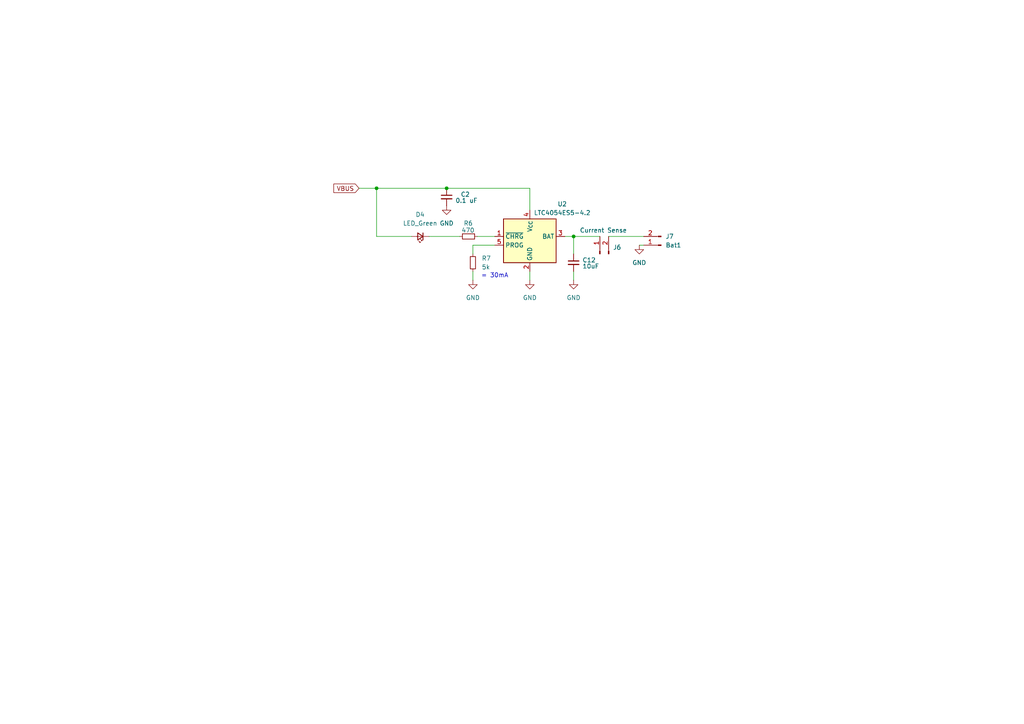
<source format=kicad_sch>
(kicad_sch (version 20231120) (generator "eeschema") (generator_version "8.0")
  (paper "A4")
  (lib_symbols
    (symbol "Battery_Management:LTC4054ES5-4.2"
      (property "Reference" "U" (at -5.842 6.604 0))
      (property "Value" "LTC4054ES5-4.2" (at 1.524 6.604 0))
      (symbol "LTC4054ES5-4.2_0_1"
        (rectangle (start -7.62 5.08) (end 7.62 -7.62) (stroke (width 0.254)) (fill (type background)))
      )
      (symbol "LTC4054ES5-4.2_1_1"
        (pin open_collector line (at -10.16 0 0) (length 2.54) (name "~{CHRG}") (number "1"))
        (pin power_in line (at 0 -10.16 90) (length 2.54) (name "GND") (number "2"))
        (pin power_out line (at 10.16 0 180) (length 2.54) (name "BAT") (number "3"))
        (pin power_in line (at 0 7.62 270) (length 2.54) (name "V_{CC}") (number "4"))
        (pin bidirectional line (at -10.16 -2.54 0) (length 2.54) (name "PROG") (number "5"))
      )
    )
    (symbol "Connector:Conn_01x02_Pin" (pin_names (offset 1.016) hide)
      (property "Reference" "J" (at 0 2.54 0))
      (property "Value" "Conn_01x02_Pin" (at 0 -5.08 0))
      (symbol "Conn_01x02_Pin_1_1"
        (polyline (pts (xy 1.27 -2.54) (xy 0.8636 -2.54)) (stroke (width 0.1524)))
        (polyline (pts (xy 1.27 0) (xy 0.8636 0)) (stroke (width 0.1524)))
        (rectangle (start 0.8636 -2.413) (end 0 -2.667) (stroke (width 0.1524)) (fill (type outline)))
        (rectangle (start 0.8636 0.127) (end 0 -0.127) (stroke (width 0.1524)) (fill (type outline)))
        (pin passive line (at 5.08 0 180) (length 3.81) (name "Pin_1") (number "1"))
        (pin passive line (at 5.08 -2.54 180) (length 3.81) (name "Pin_2") (number "2"))
      )
    )
    (symbol "Device:C_Small" (pin_numbers hide) (pin_names (offset 0.254) hide)
      (property "Reference" "C" (at 0.254 1.778 0))
      (property "Value" "C_Small" (at 0.254 -2.032 0))
      (symbol "C_Small_0_1"
        (polyline (pts (xy -1.524 -0.508) (xy 1.524 -0.508)) (stroke (width 0.3302)))
        (polyline (pts (xy -1.524 0.508) (xy 1.524 0.508)) (stroke (width 0.3048)))
      )
      (symbol "C_Small_1_1"
        (pin passive line (at 0 2.54 270) (length 2.032) (name "~") (number "1"))
        (pin passive line (at 0 -2.54 90) (length 2.032) (name "~") (number "2"))
      )
    )
    (symbol "Device:LED_Small" (pin_numbers hide) (pin_names (offset 0.254) hide)
      (property "Reference" "D" (at -1.27 3.175 0))
      (property "Value" "LED_Small" (at -4.445 -2.54 0))
      (symbol "LED_Small_0_1"
        (polyline (pts (xy -0.762 -1.016) (xy -0.762 1.016)) (stroke (width 0.254)))
        (polyline (pts (xy 1.016 0) (xy -0.762 0)))
        (polyline (pts (xy 0.762 -1.016) (xy -0.762 0) (xy 0.762 1.016) (xy 0.762 -1.016)) (stroke (width 0.254)))
        (polyline (pts (xy 0 0.762) (xy -0.508 1.27) (xy -0.254 1.27) (xy -0.508 1.27) (xy -0.508 1.016)))
        (polyline (pts (xy 0.508 1.27) (xy 0 1.778) (xy 0.254 1.778) (xy 0 1.778) (xy 0 1.524)))
      )
      (symbol "LED_Small_1_1"
        (pin passive line (at -2.54 0 0) (length 1.778) (name "K") (number "1"))
        (pin passive line (at 2.54 0 180) (length 1.778) (name "A") (number "2"))
      )
    )
    (symbol "Device:R_Small" (pin_numbers hide) (pin_names (offset 0.254) hide)
      (property "Reference" "R" (at 0.762 0.508 0))
      (property "Value" "R_Small" (at 0.762 -1.016 0))
      (symbol "R_Small_0_1"
        (rectangle (start -0.762 1.778) (end 0.762 -1.778) (stroke (width 0.2032)))
      )
      (symbol "R_Small_1_1"
        (pin passive line (at 0 2.54 270) (length 0.762) (name "~") (number "1"))
        (pin passive line (at 0 -2.54 90) (length 0.762) (name "~") (number "2"))
      )
    )
    (symbol "power:GND" (power) (pin_numbers hide) (pin_names (offset 0) hide)
      (property "Value" "GND" (at 0 -3.81 0))
      (symbol "GND_0_1"
        (polyline (pts (xy 0 0) (xy 0 -1.27) (xy 1.27 -1.27) (xy 0 -2.54) (xy -1.27 -1.27) (xy 0 -1.27)))
      )
      (symbol "GND_1_1"
        (pin power_in line (at 0 0 270) (length 0) (name "~") (number "1"))
      )
    )
  )
  (junction (at 109.22 54.61))
  (junction (at 166.37 68.58))
  (junction (at 129.54 54.61))
  (wire (pts (xy 138.43 68.58) (xy 143.51 68.58)))
  (wire (pts (xy 104.14 54.61) (xy 109.22 54.61)))
  (wire (pts (xy 137.16 81.28) (xy 137.16 78.74)))
  (wire (pts (xy 163.83 68.58) (xy 166.37 68.58)))
  (wire (pts (xy 129.54 54.61) (xy 153.67 54.61)))
  (wire (pts (xy 153.67 54.61) (xy 153.67 60.96)))
  (wire (pts (xy 124.46 68.58) (xy 133.35 68.58)))
  (wire (pts (xy 109.22 68.58) (xy 119.38 68.58)))
  (wire (pts (xy 166.37 68.58) (xy 173.99 68.58)))
  (wire (pts (xy 186.69 71.12) (xy 185.42 71.12)))
  (wire (pts (xy 109.22 68.58) (xy 109.22 54.61)))
  (wire (pts (xy 143.51 71.12) (xy 137.16 71.12)))
  (wire (pts (xy 153.67 81.28) (xy 153.67 78.74)))
  (wire (pts (xy 166.37 78.74) (xy 166.37 81.28)))
  (wire (pts (xy 166.37 68.58) (xy 166.37 73.66)))
  (wire (pts (xy 137.16 71.12) (xy 137.16 73.66)))
  (wire (pts (xy 176.53 68.58) (xy 186.69 68.58)))
  (wire (pts (xy 109.22 54.61) (xy 129.54 54.61)))
  (text "= 30mA\n" (at 143.51 80.01 0) (effects (font (size 1.27 1.27))))
  (global_label "VBUS" (shape input) (at 104.14 54.61 180) (property "Intersheetrefs" "${INTERSHEET_REFS}" (effects (hide yes))))
  (symbol (lib_id "Device:C_Small") (at 166.37 76.2 0) (unit 1)
    (property "Reference" "C12" (at 168.91 75.438 0) (effects (justify left)))
    (property "Value" "10uF" (at 168.91 77.216 0) (effects (justify left)))
    (property "Footprint" "Capacitor_SMD:C_0603_1608Metric" (effects (hide yes)))
    (property "Description" "Unpolarized capacitor, small symbol" (effects (hide yes)))
    (instances (project "MMBCloneProMax" (path "" (reference "C12") (unit 1)) (path "" (reference "C20") (unit 1)) (path "" (reference "C15") (unit 1)) (path "" (reference "C17") (unit 1)) (path "" (reference "C18") (unit 1)) (path "" (reference "C19") (unit 1)) (path "" (reference "C11") (unit 1)) (path "" (reference "C13") (unit 1)) (path "" (reference "C14") (unit 1)) (path "" (reference "C16") (unit 1))))
  )
  (symbol (lib_id "power:GND") (at 153.67 81.28 0) (unit 1)
    (property "Reference" "#PWR012" (effects (hide yes)))
    (property "Value" "GND" (at 153.67 86.36 0))
    (property "Description" "Power symbol creates a global label with name \"GND\" , ground" (effects (hide yes)))
    (instances (project "MMBCloneProMax" (path "" (reference "#PWR012") (unit 1)) (path "" (reference "#PWR044") (unit 1)) (path "" (reference "#PWR024") (unit 1)) (path "" (reference "#PWR032") (unit 1)) (path "" (reference "#PWR036") (unit 1)) (path "" (reference "#PWR040") (unit 1)) (path "" (reference "#PWR07") (unit 1)) (path "" (reference "#PWR016") (unit 1)) (path "" (reference "#PWR020") (unit 1)) (path "" (reference "#PWR028") (unit 1))))
  )
  (symbol (lib_id "power:GND") (at 185.42 71.12 0) (unit 1)
    (property "Reference" "#PWR013" (effects (hide yes)))
    (property "Value" "GND" (at 185.42 76.2 0))
    (property "Description" "Power symbol creates a global label with name \"GND\" , ground" (effects (hide yes)))
    (instances (project "MMBCloneProMax" (path "" (reference "#PWR013") (unit 1)) (path "" (reference "#PWR045") (unit 1)) (path "" (reference "#PWR025") (unit 1)) (path "" (reference "#PWR033") (unit 1)) (path "" (reference "#PWR037") (unit 1)) (path "" (reference "#PWR041") (unit 1)) (path "" (reference "#PWR08") (unit 1)) (path "" (reference "#PWR017") (unit 1)) (path "" (reference "#PWR021") (unit 1)) (path "" (reference "#PWR029") (unit 1))))
  )
  (symbol (lib_id "Device:R_Small") (at 135.89 68.58 270) (unit 1)
    (property "Reference" "R6" (at 137.16 64.77 90) (effects (justify right)))
    (property "Value" "470" (at 137.668 66.802 90) (effects (justify right)))
    (property "Footprint" "Resistor_SMD:R_0603_1608Metric" (effects (hide yes)))
    (property "Description" "Resistor, small symbol" (effects (hide yes)))
    (instances (project "MMBCloneProMax" (path "" (reference "R6") (unit 1)) (path "" (reference "R22") (unit 1)) (path "" (reference "R12") (unit 1)) (path "" (reference "R16") (unit 1)) (path "" (reference "R18") (unit 1)) (path "" (reference "R20") (unit 1)) (path "" (reference "R3") (unit 1)) (path "" (reference "R8") (unit 1)) (path "" (reference "R10") (unit 1)) (path "" (reference "R14") (unit 1))))
  )
  (symbol (lib_id "Device:R_Small") (at 137.16 76.2 180) (unit 1)
    (property "Reference" "R7" (at 139.7 74.9299 0) (effects (justify right)))
    (property "Value" "5k" (at 139.7 77.4699 0) (effects (justify right)))
    (property "Footprint" "Capacitor_SMD:C_0603_1608Metric" (effects (hide yes)))
    (property "Description" "Resistor, small symbol" (effects (hide yes)))
    (instances (project "MMBCloneProMax" (path "" (reference "R7") (unit 1)) (path "" (reference "R23") (unit 1)) (path "" (reference "R13") (unit 1)) (path "" (reference "R17") (unit 1)) (path "" (reference "R19") (unit 1)) (path "" (reference "R21") (unit 1)) (path "" (reference "R4") (unit 1)) (path "" (reference "R9") (unit 1)) (path "" (reference "R11") (unit 1)) (path "" (reference "R15") (unit 1))))
  )
  (symbol (lib_id "Device:LED_Small") (at 121.92 68.58 180) (unit 1)
    (property "Reference" "D4" (at 121.8565 62.23 0))
    (property "Value" "LED_Green" (at 121.8565 64.77 0))
    (property "Footprint" "LED_SMD:LED_0603_1608Metric" (effects (hide yes)))
    (property "Description" "Light emitting diode, small symbol" (effects (hide yes)))
    (instances (project "MMBCloneProMax" (path "" (reference "D4") (unit 1)) (path "" (reference "D12") (unit 1)) (path "" (reference "D7") (unit 1)) (path "" (reference "D9") (unit 1)) (path "" (reference "D10") (unit 1)) (path "" (reference "D11") (unit 1)) (path "" (reference "D2") (unit 1)) (path "" (reference "D5") (unit 1)) (path "" (reference "D6") (unit 1)) (path "" (reference "D8") (unit 1))))
  )
  (symbol (lib_id "power:GND") (at 137.16 81.28 0) (unit 1)
    (property "Reference" "#PWR011" (effects (hide yes)))
    (property "Value" "GND" (at 137.16 86.36 0))
    (property "Description" "Power symbol creates a global label with name \"GND\" , ground" (effects (hide yes)))
    (instances (project "MMBCloneProMax" (path "" (reference "#PWR011") (unit 1)) (path "" (reference "#PWR043") (unit 1)) (path "" (reference "#PWR023") (unit 1)) (path "" (reference "#PWR031") (unit 1)) (path "" (reference "#PWR035") (unit 1)) (path "" (reference "#PWR039") (unit 1)) (path "" (reference "#PWR06") (unit 1)) (path "" (reference "#PWR015") (unit 1)) (path "" (reference "#PWR019") (unit 1)) (path "" (reference "#PWR027") (unit 1))))
  )
  (symbol (lib_id "power:GND") (at 166.37 81.28 0) (unit 1)
    (property "Reference" "#PWR047" (effects (hide yes)))
    (property "Value" "GND" (at 166.37 86.36 0))
    (property "Description" "Power symbol creates a global label with name \"GND\" , ground" (effects (hide yes)))
    (instances (project "MMBCloneProMax" (path "" (reference "#PWR047") (unit 1)) (path "" (reference "#PWR055") (unit 1)) (path "" (reference "#PWR050") (unit 1)) (path "" (reference "#PWR052") (unit 1)) (path "" (reference "#PWR053") (unit 1)) (path "" (reference "#PWR054") (unit 1)) (path "" (reference "#PWR046") (unit 1)) (path "" (reference "#PWR048") (unit 1)) (path "" (reference "#PWR049") (unit 1)) (path "" (reference "#PWR051") (unit 1))))
  )
  (symbol (lib_id "Connector:Conn_01x02_Pin") (at 173.99 73.66 90) (unit 1)
    (property "Reference" "J6" (at 177.8 71.7549 90) (effects (justify right)))
    (property "Value" "Current Sense" (at 168.148 66.802 90) (effects (justify right)))
    (property "Footprint" "Connector_PinHeader_2.54mm:PinHeader_1x02_P2.54mm_Vertical" (effects (hide yes)))
    (property "Description" "Generic connector, single row, 01x02, script generated" (effects (hide yes)))
    (instances (project "MMBCloneProMax" (path "" (reference "J6") (unit 1)) (path "" (reference "J22") (unit 1)) (path "" (reference "J12") (unit 1)) (path "" (reference "J16") (unit 1)) (path "" (reference "J18") (unit 1)) (path "" (reference "J20") (unit 1)) (path "" (reference "J4") (unit 1)) (path "" (reference "J8") (unit 1)) (path "" (reference "J10") (unit 1)) (path "" (reference "J14") (unit 1))))
  )
  (symbol (lib_id "Device:C_Small") (at 129.54 57.15 0) (unit 1)
    (property "Reference" "C2" (at 133.604 56.388 0) (effects (justify left)))
    (property "Value" "0.1 uF" (at 132.08 58.166 0) (effects (justify left)))
    (property "Footprint" "Capacitor_SMD:C_0603_1608Metric" (effects (hide yes)))
    (property "Description" "Unpolarized capacitor, small symbol" (effects (hide yes)))
    (instances (project "MMBCloneProMax" (path "" (reference "C2") (unit 1)) (path "" (reference "C10") (unit 1)) (path "" (reference "C5") (unit 1)) (path "" (reference "C7") (unit 1)) (path "" (reference "C8") (unit 1)) (path "" (reference "C9") (unit 1)) (path "" (reference "C1") (unit 1)) (path "" (reference "C3") (unit 1)) (path "" (reference "C4") (unit 1)) (path "" (reference "C6") (unit 1))))
  )
  (symbol (lib_id "Connector:Conn_01x02_Pin") (at 191.77 71.12 180) (unit 1)
    (property "Reference" "J7" (at 193.04 68.5799 0) (effects (justify right)))
    (property "Value" "Bat1" (at 193.04 71.1199 0) (effects (justify right)))
    (property "Footprint" "Footprints:SHDR2W64P0X254_1X2_508X580X1170P" (effects (hide yes)))
    (property "Description" "Generic connector, single row, 01x02, script generated" (effects (hide yes)))
    (instances (project "MMBCloneProMax" (path "" (reference "J7") (unit 1)) (path "" (reference "J23") (unit 1)) (path "" (reference "J13") (unit 1)) (path "" (reference "J17") (unit 1)) (path "" (reference "J19") (unit 1)) (path "" (reference "J21") (unit 1)) (path "" (reference "J5") (unit 1)) (path "" (reference "J9") (unit 1)) (path "" (reference "J11") (unit 1)) (path "" (reference "J15") (unit 1))))
  )
  (symbol (lib_id "power:GND") (at 129.54 59.69 0) (unit 1)
    (property "Reference" "#PWR010" (effects (hide yes)))
    (property "Value" "GND" (at 129.54 64.77 0))
    (property "Description" "Power symbol creates a global label with name \"GND\" , ground" (effects (hide yes)))
    (instances (project "MMBCloneProMax" (path "" (reference "#PWR010") (unit 1)) (path "" (reference "#PWR042") (unit 1)) (path "" (reference "#PWR022") (unit 1)) (path "" (reference "#PWR030") (unit 1)) (path "" (reference "#PWR034") (unit 1)) (path "" (reference "#PWR038") (unit 1)) (path "" (reference "#PWR05") (unit 1)) (path "" (reference "#PWR014") (unit 1)) (path "" (reference "#PWR018") (unit 1)) (path "" (reference "#PWR026") (unit 1))))
  )
  (symbol (lib_id "Battery_Management:LTC4054ES5-4.2") (at 153.67 68.58 0) (unit 1)
    (property "Reference" "U2" (at 163.068 59.182 0))
    (property "Value" "LTC4054ES5-4.2" (at 163.068 61.722 0))
    (property "Footprint" "Package_TO_SOT_SMD:TSOT-23-5" (effects (hide yes)))
    (property "Datasheet" "https://www.analog.com/media/en/technical-documentation/data-sheets/405442xf.pdf" (effects (hide yes)))
    (property "Description" "Constant-current/constant-voltage linear charger for single cell lithium-ion batteries with 2.9V Trickle Charge, 4.5V to 6.5V VDD, -40 to +85 degree Celsius, TSOT-23-5" (effects (hide yes)))
    (instances (project "MMBCloneProMax" (path "" (reference "U2") (unit 1)) (path "" (reference "U10") (unit 1)) (path "" (reference "U5") (unit 1)) (path "" (reference "U7") (unit 1)) (path "" (reference "U8") (unit 1)) (path "" (reference "U9") (unit 1)) (path "" (reference "U1") (unit 1)) (path "" (reference "U3") (unit 1)) (path "" (reference "U4") (unit 1)) (path "" (reference "U6") (unit 1))))
  )
)
</source>
